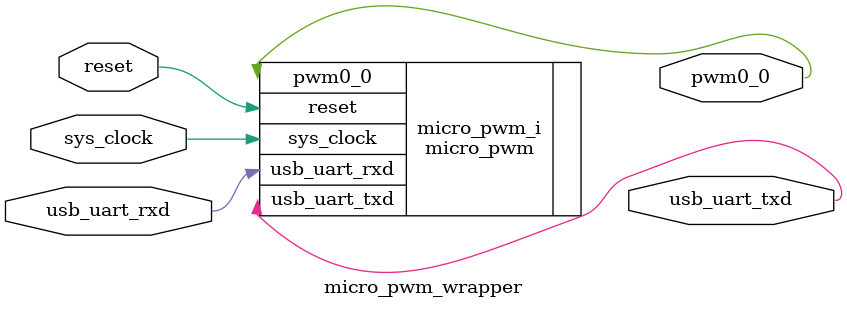
<source format=v>
`timescale 1 ps / 1 ps

module micro_pwm_wrapper
   (pwm0_0,
    reset,
    sys_clock,
    usb_uart_rxd,
    usb_uart_txd);
  output pwm0_0;
  input reset;
  input sys_clock;
  input usb_uart_rxd;
  output usb_uart_txd;

  wire pwm0_0;
  wire reset;
  wire sys_clock;
  wire usb_uart_rxd;
  wire usb_uart_txd;

  micro_pwm micro_pwm_i
       (.pwm0_0(pwm0_0),
        .reset(reset),
        .sys_clock(sys_clock),
        .usb_uart_rxd(usb_uart_rxd),
        .usb_uart_txd(usb_uart_txd));
endmodule

</source>
